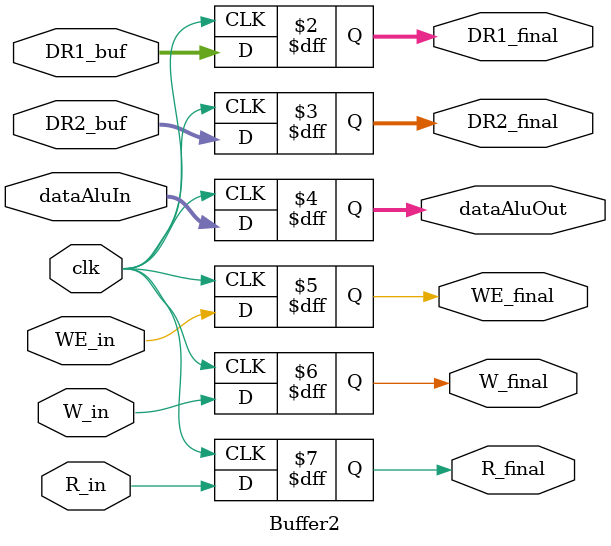
<source format=v>
module Buffer2 (
    input wire clk,
    input wire [31:0] DR1_buf, DR2_buf, dataAluIn,
    input wire WE_in, W_in, R_in,
    output reg [31:0] DR1_final, DR2_final, dataAluOut,
    output reg WE_final, W_final, R_final
);
    always @(posedge clk) begin
        DR1_final <= DR1_buf;
        DR2_final <= DR2_buf;
        dataAluOut <= dataAluIn;
        WE_final <= WE_in;
        W_final <= W_in;
        R_final <= R_in;
    end
endmodule

</source>
